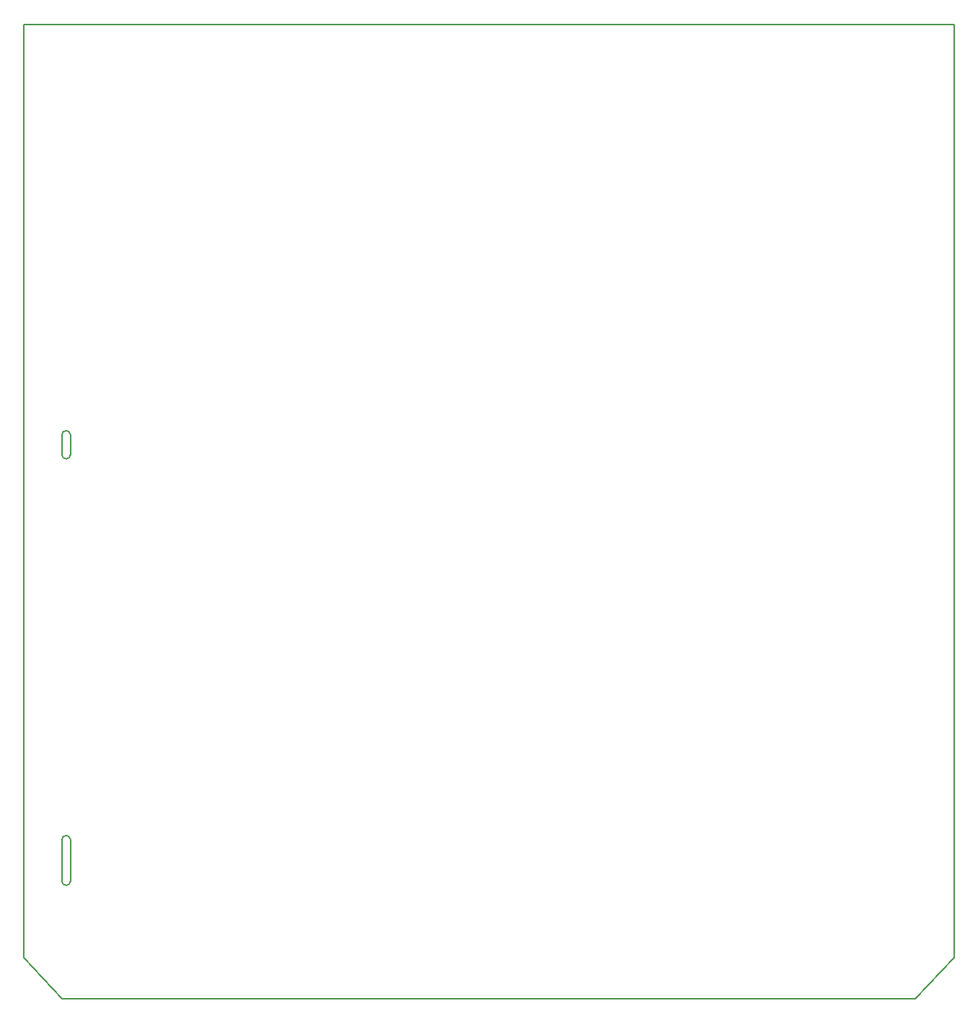
<source format=gm1>
G04 #@! TF.FileFunction,Profile,NP*
%FSLAX46Y46*%
G04 Gerber Fmt 4.6, Leading zero omitted, Abs format (unit mm)*
G04 Created by KiCad (PCBNEW 0.201603210401+6634~43~ubuntu14.04.1-product) date lör  2 apr 2016 12:08:47*
%MOMM*%
G01*
G04 APERTURE LIST*
%ADD10C,0.050000*%
%ADD11C,0.150000*%
G04 APERTURE END LIST*
D10*
D11*
X80645000Y-138557000D02*
G75*
G03X81661000Y-138557000I508000J0D01*
G01*
X81661000Y-133731000D02*
G75*
G03X80645000Y-133731000I-508000J0D01*
G01*
X81661000Y-133731000D02*
X81661000Y-138557000D01*
X80645000Y-133731000D02*
X80645000Y-138557000D01*
X80645000Y-88519000D02*
G75*
G03X81661000Y-88519000I508000J0D01*
G01*
X81661000Y-86233000D02*
G75*
G03X80645000Y-86233000I-508000J0D01*
G01*
X81661000Y-86233000D02*
X81661000Y-88519000D01*
X80645000Y-86233000D02*
X80645000Y-88519000D01*
X76200000Y-147574000D02*
X76200000Y-38100000D01*
X80683100Y-152400000D02*
X76200000Y-147574000D01*
X180848000Y-152400000D02*
X80676750Y-152400000D01*
X185420000Y-147574000D02*
X180848000Y-152400000D01*
X185420000Y-38100000D02*
X185420000Y-147574000D01*
X76200000Y-38100000D02*
X185420000Y-38100000D01*
M02*

</source>
